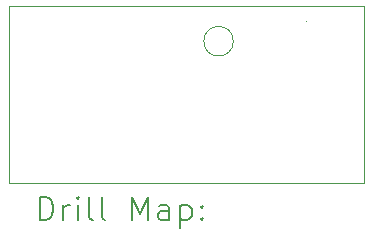
<source format=gbr>
%TF.GenerationSoftware,KiCad,Pcbnew,7.0.9*%
%TF.CreationDate,2024-03-13T02:47:42-05:00*%
%TF.ProjectId,SWITCHES,53574954-4348-4455-932e-6b696361645f,rev?*%
%TF.SameCoordinates,Original*%
%TF.FileFunction,Drillmap*%
%TF.FilePolarity,Positive*%
%FSLAX45Y45*%
G04 Gerber Fmt 4.5, Leading zero omitted, Abs format (unit mm)*
G04 Created by KiCad (PCBNEW 7.0.9) date 2024-03-13 02:47:42*
%MOMM*%
%LPD*%
G01*
G04 APERTURE LIST*
%ADD10C,0.100000*%
%ADD11C,0.200000*%
G04 APERTURE END LIST*
D10*
X14000000Y-8000000D02*
X17000000Y-8000000D01*
X17000000Y-9500000D01*
X14000000Y-9500000D01*
X14000000Y-8000000D01*
X16510000Y-8128000D02*
G75*
G03*
X16510000Y-8128000I0J0D01*
G01*
X15895000Y-8300000D02*
G75*
G03*
X15895000Y-8300000I-125000J0D01*
G01*
D11*
X14255777Y-9816484D02*
X14255777Y-9616484D01*
X14255777Y-9616484D02*
X14303396Y-9616484D01*
X14303396Y-9616484D02*
X14331967Y-9626008D01*
X14331967Y-9626008D02*
X14351015Y-9645055D01*
X14351015Y-9645055D02*
X14360539Y-9664103D01*
X14360539Y-9664103D02*
X14370062Y-9702198D01*
X14370062Y-9702198D02*
X14370062Y-9730770D01*
X14370062Y-9730770D02*
X14360539Y-9768865D01*
X14360539Y-9768865D02*
X14351015Y-9787912D01*
X14351015Y-9787912D02*
X14331967Y-9806960D01*
X14331967Y-9806960D02*
X14303396Y-9816484D01*
X14303396Y-9816484D02*
X14255777Y-9816484D01*
X14455777Y-9816484D02*
X14455777Y-9683150D01*
X14455777Y-9721246D02*
X14465301Y-9702198D01*
X14465301Y-9702198D02*
X14474824Y-9692674D01*
X14474824Y-9692674D02*
X14493872Y-9683150D01*
X14493872Y-9683150D02*
X14512920Y-9683150D01*
X14579586Y-9816484D02*
X14579586Y-9683150D01*
X14579586Y-9616484D02*
X14570062Y-9626008D01*
X14570062Y-9626008D02*
X14579586Y-9635531D01*
X14579586Y-9635531D02*
X14589110Y-9626008D01*
X14589110Y-9626008D02*
X14579586Y-9616484D01*
X14579586Y-9616484D02*
X14579586Y-9635531D01*
X14703396Y-9816484D02*
X14684348Y-9806960D01*
X14684348Y-9806960D02*
X14674824Y-9787912D01*
X14674824Y-9787912D02*
X14674824Y-9616484D01*
X14808158Y-9816484D02*
X14789110Y-9806960D01*
X14789110Y-9806960D02*
X14779586Y-9787912D01*
X14779586Y-9787912D02*
X14779586Y-9616484D01*
X15036729Y-9816484D02*
X15036729Y-9616484D01*
X15036729Y-9616484D02*
X15103396Y-9759341D01*
X15103396Y-9759341D02*
X15170062Y-9616484D01*
X15170062Y-9616484D02*
X15170062Y-9816484D01*
X15351015Y-9816484D02*
X15351015Y-9711722D01*
X15351015Y-9711722D02*
X15341491Y-9692674D01*
X15341491Y-9692674D02*
X15322443Y-9683150D01*
X15322443Y-9683150D02*
X15284348Y-9683150D01*
X15284348Y-9683150D02*
X15265301Y-9692674D01*
X15351015Y-9806960D02*
X15331967Y-9816484D01*
X15331967Y-9816484D02*
X15284348Y-9816484D01*
X15284348Y-9816484D02*
X15265301Y-9806960D01*
X15265301Y-9806960D02*
X15255777Y-9787912D01*
X15255777Y-9787912D02*
X15255777Y-9768865D01*
X15255777Y-9768865D02*
X15265301Y-9749817D01*
X15265301Y-9749817D02*
X15284348Y-9740293D01*
X15284348Y-9740293D02*
X15331967Y-9740293D01*
X15331967Y-9740293D02*
X15351015Y-9730770D01*
X15446253Y-9683150D02*
X15446253Y-9883150D01*
X15446253Y-9692674D02*
X15465301Y-9683150D01*
X15465301Y-9683150D02*
X15503396Y-9683150D01*
X15503396Y-9683150D02*
X15522443Y-9692674D01*
X15522443Y-9692674D02*
X15531967Y-9702198D01*
X15531967Y-9702198D02*
X15541491Y-9721246D01*
X15541491Y-9721246D02*
X15541491Y-9778389D01*
X15541491Y-9778389D02*
X15531967Y-9797436D01*
X15531967Y-9797436D02*
X15522443Y-9806960D01*
X15522443Y-9806960D02*
X15503396Y-9816484D01*
X15503396Y-9816484D02*
X15465301Y-9816484D01*
X15465301Y-9816484D02*
X15446253Y-9806960D01*
X15627205Y-9797436D02*
X15636729Y-9806960D01*
X15636729Y-9806960D02*
X15627205Y-9816484D01*
X15627205Y-9816484D02*
X15617682Y-9806960D01*
X15617682Y-9806960D02*
X15627205Y-9797436D01*
X15627205Y-9797436D02*
X15627205Y-9816484D01*
X15627205Y-9692674D02*
X15636729Y-9702198D01*
X15636729Y-9702198D02*
X15627205Y-9711722D01*
X15627205Y-9711722D02*
X15617682Y-9702198D01*
X15617682Y-9702198D02*
X15627205Y-9692674D01*
X15627205Y-9692674D02*
X15627205Y-9711722D01*
M02*

</source>
